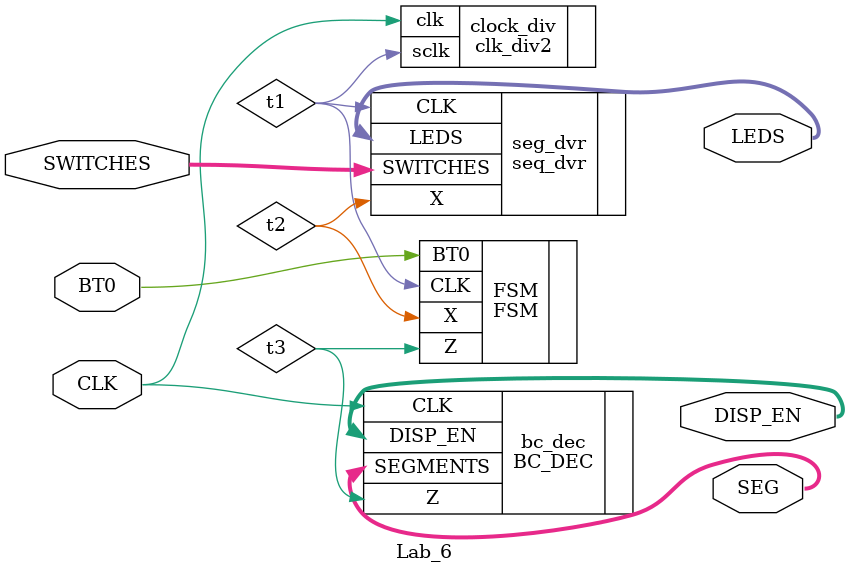
<source format=sv>
`timescale 1ns / 1ps


module Lab_6(
    input CLK,
    input [7:0] SWITCHES,
    input BT0,
    output logic [7:0] LEDS,
    output logic [3:0] DISP_EN,
    output logic [7:0] SEG
    );
    
    logic t1, t2, t3;
    // t1 divided clk
    // t2 output of sequence driver
    // t3 output of fsm
    
    clk_div2 clock_div (.clk(CLK), .sclk(t1));
    seq_dvr seg_dvr (.CLK(t1), .SWITCHES(SWITCHES), .LEDS(LEDS), .X(t2));
    FSM FSM (.CLK(t1), .X(t2), .BT0(BT0), .Z(t3));
    BC_DEC bc_dec (.CLK(CLK), .Z(t3), .SEGMENTS(SEG), .DISP_EN(DISP_EN));
    
    
endmodule

</source>
